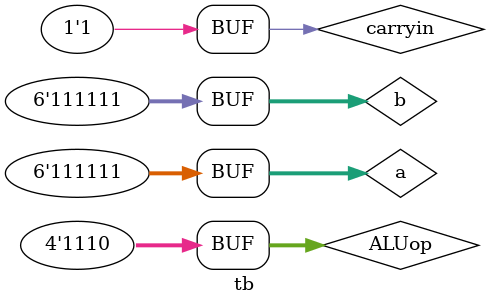
<source format=v>
module tb
(
);
reg [5:0]a; 
reg [5:0]b; 
reg carryin;
reg [3:0]ALUop;
wire [5:0]result; 
wire carryout;

wire carryout0;
wire carryout1;
wire carryout2;
wire carryout3;
wire carryout4;

ALU_1_BIT alu0
(
  .a(a[0]),
  .b(b[0]),
  .carryin(carryin),
  .ALUop(ALUop),
  .result(result[0]),
  .carryout(carryout0)
);

ALU_1_BIT alu1
(
  .a(a[1]),
  .b(b[1]),
  .carryin(carryout0),
  .ALUop(ALUop),
  .result(result[1]),
  .carryout(carryout1)
);

ALU_1_BIT alu2
(
  .a(a[2]),
  .b(b[2]),
  .carryin(carryout1),
  .ALUop(ALUop),
  .result(result[2]),
  .carryout(carryout2)
);

ALU_1_BIT alu3
(
  .a(a[3]),
  .b(b[3]),
  .carryin(carryout2),
  .ALUop(ALUop),
  .result(result[3]),
  .carryout(carryout3)
);

ALU_1_BIT alu4
(
  .a(a[4]),
  .b(b[4]),
  .carryin(carryout3),
  .ALUop(ALUop),
  .result(result[4]),
  .carryout(carryout4)
);

ALU_1_BIT alu5
(
  .a(a[5]),
  .b(b[5]),
  .carryin(carryout4),
  .ALUop(ALUop),
  .result(result[5]),
  .carryout(carryout)
);

initial
begin
  a = 6'b111111;
  b = 6'b111111;
  carryin = 1'b1;
  ALUop = 4'b0000;
end

always 
begin
  //and
  #10 ALUop <= 4'b0000;
  //nor
  #10 ALUop <= 4'b1100;
  //or
  #10 ALUop <= 4'b0001;
  //a + b
  #10 ALUop <= 4'b0010;
  //a - b
  #10 ALUop <= 4'b0110;
  //-a + b
  #10 ALUop <= 4'b1010;
  //-a + (-b)
  #10 ALUop <= 4'b1110;
end

endmodule
</source>
